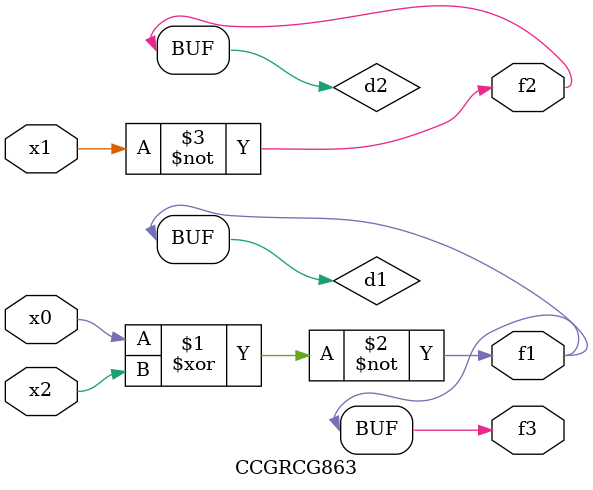
<source format=v>
module CCGRCG863(
	input x0, x1, x2,
	output f1, f2, f3
);

	wire d1, d2, d3;

	xnor (d1, x0, x2);
	nand (d2, x1);
	nor (d3, x1, x2);
	assign f1 = d1;
	assign f2 = d2;
	assign f3 = d1;
endmodule

</source>
